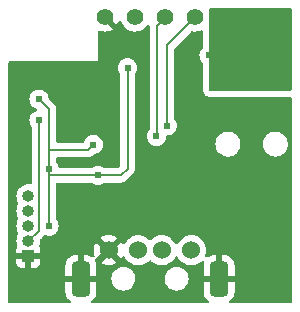
<source format=gbl>
G04 #@! TF.GenerationSoftware,KiCad,Pcbnew,(6.0.9)*
G04 #@! TF.CreationDate,2023-01-08T15:40:12+09:00*
G04 #@! TF.ProjectId,WBMon,57424d6f-6e2e-46b6-9963-61645f706362,1.0*
G04 #@! TF.SameCoordinates,Original*
G04 #@! TF.FileFunction,Copper,L2,Bot*
G04 #@! TF.FilePolarity,Positive*
%FSLAX46Y46*%
G04 Gerber Fmt 4.6, Leading zero omitted, Abs format (unit mm)*
G04 Created by KiCad (PCBNEW (6.0.9)) date 2023-01-08 15:40:12*
%MOMM*%
%LPD*%
G01*
G04 APERTURE LIST*
G04 Aperture macros list*
%AMRoundRect*
0 Rectangle with rounded corners*
0 $1 Rounding radius*
0 $2 $3 $4 $5 $6 $7 $8 $9 X,Y pos of 4 corners*
0 Add a 4 corners polygon primitive as box body*
4,1,4,$2,$3,$4,$5,$6,$7,$8,$9,$2,$3,0*
0 Add four circle primitives for the rounded corners*
1,1,$1+$1,$2,$3*
1,1,$1+$1,$4,$5*
1,1,$1+$1,$6,$7*
1,1,$1+$1,$8,$9*
0 Add four rect primitives between the rounded corners*
20,1,$1+$1,$2,$3,$4,$5,0*
20,1,$1+$1,$4,$5,$6,$7,0*
20,1,$1+$1,$6,$7,$8,$9,0*
20,1,$1+$1,$8,$9,$2,$3,0*%
G04 Aperture macros list end*
G04 #@! TA.AperFunction,ComponentPad*
%ADD10C,1.400000*%
G04 #@! TD*
G04 #@! TA.AperFunction,ComponentPad*
%ADD11R,1.000000X1.000000*%
G04 #@! TD*
G04 #@! TA.AperFunction,ComponentPad*
%ADD12O,1.000000X1.000000*%
G04 #@! TD*
G04 #@! TA.AperFunction,ComponentPad*
%ADD13C,1.524000*%
G04 #@! TD*
G04 #@! TA.AperFunction,ComponentPad*
%ADD14RoundRect,0.400000X-0.400000X-1.100000X0.400000X-1.100000X0.400000X1.100000X-0.400000X1.100000X0*%
G04 #@! TD*
G04 #@! TA.AperFunction,ViaPad*
%ADD15C,0.609600*%
G04 #@! TD*
G04 #@! TA.AperFunction,Conductor*
%ADD16C,0.203200*%
G04 #@! TD*
G04 APERTURE END LIST*
D10*
X-3810000Y11730000D03*
X-1270000Y11730000D03*
X1270000Y11730000D03*
X3810000Y11730000D03*
D11*
X-10300000Y-8500000D03*
D12*
X-10300000Y-7230000D03*
X-10300000Y-5960000D03*
X-10300000Y-4690000D03*
X-10300000Y-3420000D03*
D13*
X3500000Y-8000000D03*
X1000000Y-8000000D03*
X-1000000Y-8000000D03*
X-3500000Y-8000000D03*
D14*
X-5850000Y-10400000D03*
X5850000Y-10400000D03*
D15*
X8500000Y0D03*
X-11500000Y7350000D03*
X0Y0D03*
X-11500000Y-1000000D03*
X-4800000Y6150000D03*
X8500000Y-7000000D03*
X-3000000Y8500000D03*
X-3450000Y-4000000D03*
X-2850000Y750000D03*
X3500000Y7000000D03*
X-9400000Y4800000D03*
X-8550000Y-1100000D03*
X-4800000Y950000D03*
X-8550000Y-5950000D03*
X-4400000Y-1650000D03*
X-1900000Y7450000D03*
X-9400000Y3000000D03*
X550000Y1650000D03*
X1450000Y2550000D03*
X5000000Y8500000D03*
D16*
X-1900000Y-1100000D02*
X-1900000Y7450000D01*
X-8550000Y-1100000D02*
X-8550000Y500000D01*
X-8550000Y-5950000D02*
X-8550000Y-1600000D01*
X-5250000Y500000D02*
X-4800000Y950000D01*
X-8550000Y3950000D02*
X-9400000Y4800000D01*
X-8550000Y500000D02*
X-5250000Y500000D01*
X-8550000Y500000D02*
X-8550000Y3950000D01*
X-2450000Y-1650000D02*
X-1900000Y-1100000D01*
X-2450000Y-1650000D02*
X-4400000Y-1650000D01*
X-4400000Y-1650000D02*
X-8500000Y-1650000D01*
X-8500000Y-1650000D02*
X-8550000Y-1600000D01*
X-8550000Y-1600000D02*
X-8550000Y-1100000D01*
X-9400000Y-6330000D02*
X-9400000Y3000000D01*
X-10300000Y-7230000D02*
X-9400000Y-6330000D01*
X1270000Y11730000D02*
X570000Y11030000D01*
X570000Y1670000D02*
X550000Y1650000D01*
X570000Y11030000D02*
X570000Y1670000D01*
X3810000Y11730000D02*
X1450000Y9370000D01*
X1450000Y9370000D02*
X1450000Y2550000D01*
G04 #@! TA.AperFunction,Conductor*
G36*
X-3765968Y12029076D02*
G01*
X-3720905Y12000115D01*
X-2807514Y11086724D01*
X-2795739Y11080294D01*
X-2783724Y11089590D01*
X-2762999Y11119189D01*
X-2757521Y11128677D01*
X-2672841Y11310277D01*
X-2669092Y11320574D01*
X-2661966Y11347170D01*
X-2625014Y11407793D01*
X-2561154Y11438814D01*
X-2490659Y11430386D01*
X-2435912Y11385183D01*
X-2418553Y11347171D01*
X-2411382Y11320408D01*
X-2411378Y11320397D01*
X-2409956Y11315090D01*
X-2407634Y11310109D01*
X-2407633Y11310108D01*
X-2357018Y11201565D01*
X-2320589Y11123442D01*
X-2199301Y10950224D01*
X-2049776Y10800699D01*
X-1876558Y10679411D01*
X-1871580Y10677090D01*
X-1871577Y10677088D01*
X-1691826Y10593269D01*
X-1684910Y10590044D01*
X-1679602Y10588622D01*
X-1679600Y10588621D01*
X-1485970Y10536738D01*
X-1485968Y10536738D01*
X-1480655Y10535314D01*
X-1270000Y10516884D01*
X-1059345Y10535314D01*
X-1054032Y10536738D01*
X-1054030Y10536738D01*
X-860400Y10588621D01*
X-860398Y10588622D01*
X-855090Y10590044D01*
X-848174Y10593269D01*
X-668423Y10677088D01*
X-668420Y10677090D01*
X-663442Y10679411D01*
X-490224Y10800699D01*
X-340699Y10950224D01*
X-269312Y11052176D01*
X-213856Y11096503D01*
X-143237Y11103812D01*
X-79876Y11071782D01*
X-43891Y11010580D01*
X-40100Y10979904D01*
X-40100Y2263482D01*
X-60102Y2195361D01*
X-77943Y2173459D01*
X-84250Y2167282D01*
X-154549Y2058200D01*
X-176645Y2023913D01*
X-183092Y2013910D01*
X-185501Y2007290D01*
X-185503Y2007287D01*
X-243090Y1849068D01*
X-245498Y1842451D01*
X-268366Y1661427D01*
X-267679Y1654420D01*
X-267679Y1654417D01*
X-260617Y1582400D01*
X-250561Y1479836D01*
X-192967Y1306701D01*
X-189318Y1300676D01*
X-131503Y1205213D01*
X-98446Y1150629D01*
X-93555Y1145564D01*
X-93554Y1145563D01*
X-22620Y1072109D01*
X28303Y1019377D01*
X34195Y1015522D01*
X34199Y1015518D01*
X163190Y931109D01*
X180981Y919467D01*
X187585Y917011D01*
X187587Y917010D01*
X266490Y887666D01*
X352000Y855865D01*
X532860Y831733D01*
X539871Y832371D01*
X539875Y832371D01*
X679580Y845086D01*
X714571Y848271D01*
X721273Y850449D01*
X721275Y850449D01*
X881405Y902478D01*
X881408Y902479D01*
X888104Y904655D01*
X919256Y923225D01*
X1038777Y994473D01*
X1038780Y994475D01*
X1044832Y998083D01*
X1054642Y1007425D01*
X5536404Y1007425D01*
X5538313Y986446D01*
X5552309Y832665D01*
X5555218Y800697D01*
X5556956Y794791D01*
X5556957Y794787D01*
X5571180Y746461D01*
X5613827Y601560D01*
X5709999Y417600D01*
X5840071Y255823D01*
X5844788Y251865D01*
X5844790Y251863D01*
X5903645Y202478D01*
X5999089Y122391D01*
X6004481Y119427D01*
X6004485Y119424D01*
X6171473Y27622D01*
X6180995Y22387D01*
X6378861Y-40379D01*
X6384978Y-41065D01*
X6384982Y-41066D01*
X6460907Y-49582D01*
X6540413Y-58500D01*
X6652237Y-58500D01*
X6655293Y-58200D01*
X6655300Y-58200D01*
X6800466Y-43966D01*
X6800469Y-43965D01*
X6806592Y-43365D01*
X6938546Y-3526D01*
X6999407Y14848D01*
X6999410Y14849D01*
X7005315Y16632D01*
X7010762Y19528D01*
X7183153Y111191D01*
X7183155Y111192D01*
X7188599Y114087D01*
X7248471Y162917D01*
X7344689Y241390D01*
X7344692Y241393D01*
X7349464Y245285D01*
X7481783Y405230D01*
X7485876Y412799D01*
X7577584Y582410D01*
X7577586Y582415D01*
X7580514Y587830D01*
X7641898Y786129D01*
X7643429Y800697D01*
X7662952Y986446D01*
X7662952Y986448D01*
X7663596Y992575D01*
X7662245Y1007425D01*
X9536404Y1007425D01*
X9538313Y986446D01*
X9552309Y832665D01*
X9555218Y800697D01*
X9556956Y794791D01*
X9556957Y794787D01*
X9571180Y746461D01*
X9613827Y601560D01*
X9709999Y417600D01*
X9840071Y255823D01*
X9844788Y251865D01*
X9844790Y251863D01*
X9903645Y202478D01*
X9999089Y122391D01*
X10004481Y119427D01*
X10004485Y119424D01*
X10171473Y27622D01*
X10180995Y22387D01*
X10378861Y-40379D01*
X10384978Y-41065D01*
X10384982Y-41066D01*
X10460907Y-49582D01*
X10540413Y-58500D01*
X10652237Y-58500D01*
X10655293Y-58200D01*
X10655300Y-58200D01*
X10800466Y-43966D01*
X10800469Y-43965D01*
X10806592Y-43365D01*
X10938546Y-3526D01*
X10999407Y14848D01*
X10999410Y14849D01*
X11005315Y16632D01*
X11010762Y19528D01*
X11183153Y111191D01*
X11183155Y111192D01*
X11188599Y114087D01*
X11248471Y162917D01*
X11344689Y241390D01*
X11344692Y241393D01*
X11349464Y245285D01*
X11481783Y405230D01*
X11485876Y412799D01*
X11577584Y582410D01*
X11577586Y582415D01*
X11580514Y587830D01*
X11641898Y786129D01*
X11643429Y800697D01*
X11662952Y986446D01*
X11662952Y986448D01*
X11663596Y992575D01*
X11644782Y1199303D01*
X11642298Y1207745D01*
X11587912Y1392531D01*
X11586173Y1398440D01*
X11490001Y1582400D01*
X11359929Y1744177D01*
X11353760Y1749354D01*
X11205629Y1873650D01*
X11200911Y1877609D01*
X11195519Y1880573D01*
X11195515Y1880576D01*
X11024402Y1974646D01*
X11019005Y1977613D01*
X10821139Y2040379D01*
X10815022Y2041065D01*
X10815018Y2041066D01*
X10738402Y2049659D01*
X10659587Y2058500D01*
X10547763Y2058500D01*
X10544707Y2058200D01*
X10544700Y2058200D01*
X10399534Y2043966D01*
X10399531Y2043965D01*
X10393408Y2043365D01*
X10295847Y2013910D01*
X10200593Y1985152D01*
X10200590Y1985151D01*
X10194685Y1983368D01*
X10189240Y1980473D01*
X10189238Y1980472D01*
X10016847Y1888809D01*
X10016845Y1888808D01*
X10011401Y1885913D01*
X9958111Y1842451D01*
X9855311Y1758610D01*
X9855308Y1758607D01*
X9850536Y1754715D01*
X9846608Y1749967D01*
X9846607Y1749966D01*
X9799333Y1692822D01*
X9718217Y1594770D01*
X9715288Y1589353D01*
X9715286Y1589350D01*
X9622416Y1417590D01*
X9622414Y1417585D01*
X9619486Y1412170D01*
X9558102Y1213871D01*
X9557458Y1207746D01*
X9557458Y1207745D01*
X9537255Y1015518D01*
X9536404Y1007425D01*
X7662245Y1007425D01*
X7644782Y1199303D01*
X7642298Y1207745D01*
X7587912Y1392531D01*
X7586173Y1398440D01*
X7490001Y1582400D01*
X7359929Y1744177D01*
X7353760Y1749354D01*
X7205629Y1873650D01*
X7200911Y1877609D01*
X7195519Y1880573D01*
X7195515Y1880576D01*
X7024402Y1974646D01*
X7019005Y1977613D01*
X6821139Y2040379D01*
X6815022Y2041065D01*
X6815018Y2041066D01*
X6738402Y2049659D01*
X6659587Y2058500D01*
X6547763Y2058500D01*
X6544707Y2058200D01*
X6544700Y2058200D01*
X6399534Y2043966D01*
X6399531Y2043965D01*
X6393408Y2043365D01*
X6295847Y2013910D01*
X6200593Y1985152D01*
X6200590Y1985151D01*
X6194685Y1983368D01*
X6189240Y1980473D01*
X6189238Y1980472D01*
X6016847Y1888809D01*
X6016845Y1888808D01*
X6011401Y1885913D01*
X5958111Y1842451D01*
X5855311Y1758610D01*
X5855308Y1758607D01*
X5850536Y1754715D01*
X5846608Y1749967D01*
X5846607Y1749966D01*
X5799333Y1692822D01*
X5718217Y1594770D01*
X5715288Y1589353D01*
X5715286Y1589350D01*
X5622416Y1417590D01*
X5622414Y1417585D01*
X5619486Y1412170D01*
X5558102Y1213871D01*
X5557458Y1207746D01*
X5557458Y1207745D01*
X5537255Y1015518D01*
X5536404Y1007425D01*
X1054642Y1007425D01*
X1162877Y1110496D01*
X1171862Y1119052D01*
X1171864Y1119055D01*
X1176966Y1123913D01*
X1277939Y1275890D01*
X1322247Y1392531D01*
X1340233Y1439878D01*
X1340234Y1439883D01*
X1342733Y1446461D01*
X1368127Y1627148D01*
X1369829Y1626909D01*
X1392555Y1686778D01*
X1449637Y1728994D01*
X1481562Y1736165D01*
X1614571Y1748271D01*
X1621273Y1750449D01*
X1621275Y1750449D01*
X1781405Y1802478D01*
X1781408Y1802479D01*
X1788104Y1804655D01*
X1851508Y1842451D01*
X1938777Y1894473D01*
X1938780Y1894475D01*
X1944832Y1898083D01*
X2025231Y1974646D01*
X2071862Y2019052D01*
X2071864Y2019055D01*
X2076966Y2023913D01*
X2177939Y2175890D01*
X2211212Y2263482D01*
X2240233Y2339878D01*
X2240234Y2339883D01*
X2242733Y2346461D01*
X2255126Y2434643D01*
X2267576Y2523225D01*
X2267576Y2523230D01*
X2268127Y2527148D01*
X2268446Y2550000D01*
X2248107Y2731325D01*
X2188101Y2903639D01*
X2091411Y3058376D01*
X2087198Y3062619D01*
X2060717Y3128038D01*
X2060100Y3140494D01*
X2060100Y9065099D01*
X2080102Y9133220D01*
X2097005Y9154194D01*
X3452302Y10509491D01*
X3514614Y10543517D01*
X3574009Y10542102D01*
X3594023Y10536739D01*
X3594034Y10536737D01*
X3599345Y10535314D01*
X3810000Y10516884D01*
X4020655Y10535314D01*
X4025968Y10536738D01*
X4025970Y10536738D01*
X4219600Y10588621D01*
X4219602Y10588622D01*
X4224910Y10590044D01*
X4307251Y10628440D01*
X4377441Y10639101D01*
X4442254Y10610121D01*
X4481111Y10550702D01*
X4486500Y10514245D01*
X4486500Y9188495D01*
X4466498Y9120374D01*
X4448657Y9098471D01*
X4414579Y9065099D01*
X4365750Y9017282D01*
X4266908Y8863910D01*
X4204502Y8692451D01*
X4181634Y8511427D01*
X4199439Y8329836D01*
X4257033Y8156701D01*
X4260682Y8150676D01*
X4301760Y8082849D01*
X4351554Y8000629D01*
X4356445Y7995564D01*
X4356446Y7995563D01*
X4451137Y7897508D01*
X4484069Y7834612D01*
X4486500Y7809981D01*
X4486500Y5626000D01*
X4486860Y5622654D01*
X4486860Y5622649D01*
X4496083Y5536861D01*
X4498234Y5516851D01*
X4509620Y5464509D01*
X4544290Y5360343D01*
X4623308Y5237388D01*
X4669801Y5183732D01*
X4673194Y5180792D01*
X4773450Y5093919D01*
X4773453Y5093917D01*
X4780261Y5088018D01*
X4913210Y5027302D01*
X4936964Y5020327D01*
X4977008Y5008569D01*
X4977012Y5008568D01*
X4981331Y5007300D01*
X4985780Y5006660D01*
X4985786Y5006659D01*
X5121553Y4987139D01*
X5121558Y4987139D01*
X5126000Y4986500D01*
X11865500Y4986500D01*
X11933621Y4966498D01*
X11980114Y4912842D01*
X11991500Y4860500D01*
X11991500Y-12365500D01*
X11971498Y-12433621D01*
X11917842Y-12480114D01*
X11865500Y-12491500D01*
X6823669Y-12491500D01*
X6755548Y-12471498D01*
X6709055Y-12417842D01*
X6698951Y-12347568D01*
X6728445Y-12282988D01*
X6747684Y-12266235D01*
X6747257Y-12265708D01*
X6890459Y-12149745D01*
X6899745Y-12140459D01*
X7011552Y-12002390D01*
X7018705Y-11991375D01*
X7099365Y-11833070D01*
X7104069Y-11820817D01*
X7150267Y-11648403D01*
X7152214Y-11637069D01*
X7157807Y-11566010D01*
X7158000Y-11561085D01*
X7158000Y-10672115D01*
X7153525Y-10656876D01*
X7152135Y-10655671D01*
X7144452Y-10654000D01*
X4560115Y-10654000D01*
X4544876Y-10658475D01*
X4543671Y-10659865D01*
X4542000Y-10667548D01*
X4542000Y-11561085D01*
X4542193Y-11566010D01*
X4547786Y-11637069D01*
X4549733Y-11648403D01*
X4595931Y-11820817D01*
X4600635Y-11833070D01*
X4681295Y-11991375D01*
X4688448Y-12002390D01*
X4800255Y-12140459D01*
X4809541Y-12149745D01*
X4952743Y-12265708D01*
X4951414Y-12267349D01*
X4991198Y-12313715D01*
X5000960Y-12384038D01*
X4971153Y-12448474D01*
X4911241Y-12486567D01*
X4876331Y-12491500D01*
X-4876331Y-12491500D01*
X-4944452Y-12471498D01*
X-4990945Y-12417842D01*
X-5001049Y-12347568D01*
X-4971555Y-12282988D01*
X-4952316Y-12266235D01*
X-4952743Y-12265708D01*
X-4809541Y-12149745D01*
X-4800255Y-12140459D01*
X-4688448Y-12002390D01*
X-4681295Y-11991375D01*
X-4600635Y-11833070D01*
X-4595931Y-11820817D01*
X-4549733Y-11648403D01*
X-4547786Y-11637069D01*
X-4542193Y-11566010D01*
X-4542000Y-11561085D01*
X-4542000Y-10672115D01*
X-4546475Y-10656876D01*
X-4547865Y-10655671D01*
X-4555548Y-10654000D01*
X-7139885Y-10654000D01*
X-7155124Y-10658475D01*
X-7156329Y-10659865D01*
X-7158000Y-10667548D01*
X-7158000Y-11561085D01*
X-7157807Y-11566010D01*
X-7152214Y-11637069D01*
X-7150267Y-11648403D01*
X-7104069Y-11820817D01*
X-7099365Y-11833070D01*
X-7018705Y-11991375D01*
X-7011552Y-12002390D01*
X-6899745Y-12140459D01*
X-6890459Y-12149745D01*
X-6747257Y-12265708D01*
X-6748586Y-12267349D01*
X-6708802Y-12313715D01*
X-6699040Y-12384038D01*
X-6728847Y-12448474D01*
X-6788759Y-12486567D01*
X-6823669Y-12491500D01*
X-11865500Y-12491500D01*
X-11933621Y-12471498D01*
X-11980114Y-12417842D01*
X-11991500Y-12365500D01*
X-11991500Y-10392925D01*
X-3263355Y-10392925D01*
X-3245430Y-10589888D01*
X-3189590Y-10779619D01*
X-3186737Y-10785077D01*
X-3186735Y-10785081D01*
X-3139280Y-10875853D01*
X-3097960Y-10954890D01*
X-2974032Y-11109025D01*
X-2969308Y-11112989D01*
X-2962067Y-11119065D01*
X-2822526Y-11236154D01*
X-2817128Y-11239121D01*
X-2817123Y-11239125D01*
X-2673820Y-11317905D01*
X-2649213Y-11331433D01*
X-2643346Y-11333294D01*
X-2643344Y-11333295D01*
X-2466564Y-11389373D01*
X-2460694Y-11391235D01*
X-2306773Y-11408500D01*
X-2200231Y-11408500D01*
X-2197175Y-11408200D01*
X-2197168Y-11408200D01*
X-2138660Y-11402463D01*
X-2053167Y-11394080D01*
X-2047266Y-11392298D01*
X-2047264Y-11392298D01*
X-1973947Y-11370162D01*
X-1863831Y-11336916D01*
X-1689204Y-11244066D01*
X-1602938Y-11173709D01*
X-1540713Y-11122960D01*
X-1540710Y-11122957D01*
X-1535938Y-11119065D01*
X-1523656Y-11104219D01*
X-1413799Y-10971425D01*
X-1413797Y-10971421D01*
X-1409870Y-10966675D01*
X-1315802Y-10792701D01*
X-1257318Y-10603768D01*
X-1236645Y-10407075D01*
X-1237933Y-10392925D01*
X1236645Y-10392925D01*
X1254570Y-10589888D01*
X1310410Y-10779619D01*
X1313263Y-10785077D01*
X1313265Y-10785081D01*
X1360720Y-10875853D01*
X1402040Y-10954890D01*
X1525968Y-11109025D01*
X1530692Y-11112989D01*
X1537933Y-11119065D01*
X1677474Y-11236154D01*
X1682872Y-11239121D01*
X1682877Y-11239125D01*
X1826180Y-11317905D01*
X1850787Y-11331433D01*
X1856654Y-11333294D01*
X1856656Y-11333295D01*
X2033436Y-11389373D01*
X2039306Y-11391235D01*
X2193227Y-11408500D01*
X2299769Y-11408500D01*
X2302825Y-11408200D01*
X2302832Y-11408200D01*
X2361340Y-11402463D01*
X2446833Y-11394080D01*
X2452734Y-11392298D01*
X2452736Y-11392298D01*
X2526053Y-11370162D01*
X2636169Y-11336916D01*
X2810796Y-11244066D01*
X2897062Y-11173709D01*
X2959287Y-11122960D01*
X2959290Y-11122957D01*
X2964062Y-11119065D01*
X2976344Y-11104219D01*
X3086201Y-10971425D01*
X3086203Y-10971421D01*
X3090130Y-10966675D01*
X3184198Y-10792701D01*
X3242682Y-10603768D01*
X3263355Y-10407075D01*
X3245430Y-10210112D01*
X3189590Y-10020381D01*
X3179919Y-10001881D01*
X3100813Y-9850568D01*
X3097960Y-9845110D01*
X2974032Y-9690975D01*
X2967727Y-9685684D01*
X2951334Y-9671929D01*
X2822526Y-9563846D01*
X2817128Y-9560879D01*
X2817123Y-9560875D01*
X2654608Y-9471533D01*
X2654609Y-9471533D01*
X2649213Y-9468567D01*
X2643346Y-9466706D01*
X2643344Y-9466705D01*
X2466564Y-9410627D01*
X2466563Y-9410627D01*
X2460694Y-9408765D01*
X2306773Y-9391500D01*
X2200231Y-9391500D01*
X2197175Y-9391800D01*
X2197168Y-9391800D01*
X2138660Y-9397537D01*
X2053167Y-9405920D01*
X2047266Y-9407702D01*
X2047264Y-9407702D01*
X1973947Y-9429838D01*
X1863831Y-9463084D01*
X1689204Y-9555934D01*
X1602938Y-9626291D01*
X1540713Y-9677040D01*
X1540710Y-9677043D01*
X1535938Y-9680935D01*
X1532011Y-9685682D01*
X1532009Y-9685684D01*
X1413799Y-9828575D01*
X1413797Y-9828579D01*
X1409870Y-9833325D01*
X1315802Y-10007299D01*
X1257318Y-10196232D01*
X1236645Y-10392925D01*
X-1237933Y-10392925D01*
X-1254570Y-10210112D01*
X-1310410Y-10020381D01*
X-1320081Y-10001881D01*
X-1399187Y-9850568D01*
X-1402040Y-9845110D01*
X-1525968Y-9690975D01*
X-1532273Y-9685684D01*
X-1548666Y-9671929D01*
X-1677474Y-9563846D01*
X-1682872Y-9560879D01*
X-1682877Y-9560875D01*
X-1845392Y-9471533D01*
X-1845391Y-9471533D01*
X-1850787Y-9468567D01*
X-1856654Y-9466706D01*
X-1856656Y-9466705D01*
X-2033436Y-9410627D01*
X-2033437Y-9410627D01*
X-2039306Y-9408765D01*
X-2193227Y-9391500D01*
X-2299769Y-9391500D01*
X-2302825Y-9391800D01*
X-2302832Y-9391800D01*
X-2361340Y-9397537D01*
X-2446833Y-9405920D01*
X-2452734Y-9407702D01*
X-2452736Y-9407702D01*
X-2526053Y-9429838D01*
X-2636169Y-9463084D01*
X-2810796Y-9555934D01*
X-2897062Y-9626291D01*
X-2959287Y-9677040D01*
X-2959290Y-9677043D01*
X-2964062Y-9680935D01*
X-2967989Y-9685682D01*
X-2967991Y-9685684D01*
X-3086201Y-9828575D01*
X-3086203Y-9828579D01*
X-3090130Y-9833325D01*
X-3184198Y-10007299D01*
X-3242682Y-10196232D01*
X-3263355Y-10392925D01*
X-11991500Y-10392925D01*
X-11991500Y-10127885D01*
X-7158000Y-10127885D01*
X-7153525Y-10143124D01*
X-7152135Y-10144329D01*
X-7144452Y-10146000D01*
X-6122115Y-10146000D01*
X-6106876Y-10141525D01*
X-6105671Y-10140135D01*
X-6104000Y-10132452D01*
X-6104000Y-10127885D01*
X-5596000Y-10127885D01*
X-5591525Y-10143124D01*
X-5590135Y-10144329D01*
X-5582452Y-10146000D01*
X-4560115Y-10146000D01*
X-4544876Y-10141525D01*
X-4543671Y-10140135D01*
X-4542000Y-10132452D01*
X-4542000Y-9238916D01*
X-4542193Y-9233990D01*
X-4547786Y-9162931D01*
X-4549733Y-9151597D01*
X-4574604Y-9058777D01*
X-4194223Y-9058777D01*
X-4184926Y-9070793D01*
X-4141931Y-9100898D01*
X-4132445Y-9106376D01*
X-3941007Y-9195645D01*
X-3930715Y-9199391D01*
X-3726691Y-9254059D01*
X-3715896Y-9255962D01*
X-3505475Y-9274372D01*
X-3494525Y-9274372D01*
X-3284104Y-9255962D01*
X-3273309Y-9254059D01*
X-3069285Y-9199391D01*
X-3058993Y-9195645D01*
X-2867555Y-9106376D01*
X-2858069Y-9100898D01*
X-2814236Y-9070207D01*
X-2805861Y-9059729D01*
X-2812929Y-9046281D01*
X-3487188Y-8372022D01*
X-3501132Y-8364408D01*
X-3502965Y-8364539D01*
X-3509580Y-8368790D01*
X-4187793Y-9047003D01*
X-4194223Y-9058777D01*
X-4574604Y-9058777D01*
X-4595931Y-8979183D01*
X-4600635Y-8966930D01*
X-4645144Y-8879575D01*
X-4658248Y-8809798D01*
X-4631548Y-8744013D01*
X-4591502Y-8710841D01*
X-4546281Y-8687071D01*
X-3872022Y-8012812D01*
X-3865644Y-8001132D01*
X-3135592Y-8001132D01*
X-3135461Y-8002965D01*
X-3131210Y-8009580D01*
X-2452997Y-8687793D01*
X-2441223Y-8694223D01*
X-2429207Y-8684926D01*
X-2399103Y-8641932D01*
X-2393623Y-8632441D01*
X-2364471Y-8569925D01*
X-2317553Y-8516640D01*
X-2249276Y-8497179D01*
X-2181316Y-8517721D01*
X-2136081Y-8569925D01*
X-2106814Y-8632689D01*
X-2106811Y-8632694D01*
X-2104488Y-8637676D01*
X-2101332Y-8642183D01*
X-2101331Y-8642185D01*
X-1983967Y-8809798D01*
X-1976977Y-8819781D01*
X-1819781Y-8976977D01*
X-1815273Y-8980134D01*
X-1815270Y-8980136D01*
X-1770399Y-9011555D01*
X-1637677Y-9104488D01*
X-1632695Y-9106811D01*
X-1632690Y-9106814D01*
X-1442190Y-9195645D01*
X-1436196Y-9198440D01*
X-1430888Y-9199862D01*
X-1430886Y-9199863D01*
X-1365051Y-9217503D01*
X-1221463Y-9255978D01*
X-1000000Y-9275353D01*
X-778537Y-9255978D01*
X-634949Y-9217503D01*
X-569114Y-9199863D01*
X-569112Y-9199862D01*
X-563804Y-9198440D01*
X-557810Y-9195645D01*
X-367310Y-9106814D01*
X-367305Y-9106811D01*
X-362323Y-9104488D01*
X-229601Y-9011555D01*
X-184730Y-8980136D01*
X-184727Y-8980134D01*
X-180219Y-8976977D01*
X-89095Y-8885853D01*
X-26783Y-8851827D01*
X44032Y-8856892D01*
X89095Y-8885853D01*
X180219Y-8976977D01*
X184727Y-8980134D01*
X184730Y-8980136D01*
X229601Y-9011555D01*
X362323Y-9104488D01*
X367305Y-9106811D01*
X367310Y-9106814D01*
X557810Y-9195645D01*
X563804Y-9198440D01*
X569112Y-9199862D01*
X569114Y-9199863D01*
X634949Y-9217503D01*
X778537Y-9255978D01*
X1000000Y-9275353D01*
X1221463Y-9255978D01*
X1365051Y-9217503D01*
X1430886Y-9199863D01*
X1430888Y-9199862D01*
X1436196Y-9198440D01*
X1442190Y-9195645D01*
X1632690Y-9106814D01*
X1632695Y-9106811D01*
X1637677Y-9104488D01*
X1770399Y-9011555D01*
X1815270Y-8980136D01*
X1815273Y-8980134D01*
X1819781Y-8976977D01*
X1976977Y-8819781D01*
X1983968Y-8809798D01*
X2101331Y-8642185D01*
X2101332Y-8642183D01*
X2104488Y-8637676D01*
X2106811Y-8632694D01*
X2106814Y-8632689D01*
X2135805Y-8570517D01*
X2182723Y-8517232D01*
X2251000Y-8497771D01*
X2318960Y-8518313D01*
X2364195Y-8570517D01*
X2393186Y-8632689D01*
X2393189Y-8632694D01*
X2395512Y-8637676D01*
X2398668Y-8642183D01*
X2398669Y-8642185D01*
X2516033Y-8809798D01*
X2523023Y-8819781D01*
X2680219Y-8976977D01*
X2684727Y-8980134D01*
X2684730Y-8980136D01*
X2729601Y-9011555D01*
X2862323Y-9104488D01*
X2867305Y-9106811D01*
X2867310Y-9106814D01*
X3057810Y-9195645D01*
X3063804Y-9198440D01*
X3069112Y-9199862D01*
X3069114Y-9199863D01*
X3134949Y-9217503D01*
X3278537Y-9255978D01*
X3500000Y-9275353D01*
X3721463Y-9255978D01*
X3865051Y-9217503D01*
X3930886Y-9199863D01*
X3930888Y-9199862D01*
X3936196Y-9198440D01*
X3942190Y-9195645D01*
X4132690Y-9106814D01*
X4132695Y-9106811D01*
X4137677Y-9104488D01*
X4270399Y-9011555D01*
X4315270Y-8980136D01*
X4315273Y-8980134D01*
X4319781Y-8976977D01*
X4365309Y-8931449D01*
X4427621Y-8897423D01*
X4498436Y-8902488D01*
X4555272Y-8945035D01*
X4580083Y-9011555D01*
X4576111Y-9053155D01*
X4549733Y-9151598D01*
X4547786Y-9162931D01*
X4542193Y-9233990D01*
X4542000Y-9238916D01*
X4542000Y-10127885D01*
X4546475Y-10143124D01*
X4547865Y-10144329D01*
X4555548Y-10146000D01*
X5577885Y-10146000D01*
X5593124Y-10141525D01*
X5594329Y-10140135D01*
X5596000Y-10132452D01*
X5596000Y-10127885D01*
X6104000Y-10127885D01*
X6108475Y-10143124D01*
X6109865Y-10144329D01*
X6117548Y-10146000D01*
X7139885Y-10146000D01*
X7155124Y-10141525D01*
X7156329Y-10140135D01*
X7158000Y-10132452D01*
X7158000Y-9238916D01*
X7157807Y-9233990D01*
X7152214Y-9162931D01*
X7150267Y-9151597D01*
X7104069Y-8979183D01*
X7099365Y-8966930D01*
X7018705Y-8808625D01*
X7011552Y-8797610D01*
X6899745Y-8659541D01*
X6890459Y-8650255D01*
X6752390Y-8538448D01*
X6741375Y-8531295D01*
X6583070Y-8450635D01*
X6570817Y-8445931D01*
X6398403Y-8399733D01*
X6387069Y-8397786D01*
X6316010Y-8392193D01*
X6311084Y-8392000D01*
X6122115Y-8392000D01*
X6106876Y-8396475D01*
X6105671Y-8397865D01*
X6104000Y-8405548D01*
X6104000Y-10127885D01*
X5596000Y-10127885D01*
X5596000Y-8410115D01*
X5591525Y-8394876D01*
X5590135Y-8393671D01*
X5582452Y-8392000D01*
X5388916Y-8392000D01*
X5383990Y-8392193D01*
X5312931Y-8397786D01*
X5301597Y-8399733D01*
X5129183Y-8445931D01*
X5116930Y-8450635D01*
X4958625Y-8531295D01*
X4947610Y-8538448D01*
X4893904Y-8581939D01*
X4828377Y-8609265D01*
X4758479Y-8596825D01*
X4706402Y-8548571D01*
X4688680Y-8479822D01*
X4696190Y-8441021D01*
X4698440Y-8436196D01*
X4755978Y-8221463D01*
X4775353Y-8000000D01*
X4755978Y-7778537D01*
X4698440Y-7563804D01*
X4669727Y-7502229D01*
X4606814Y-7367311D01*
X4606811Y-7367306D01*
X4604488Y-7362324D01*
X4601331Y-7357815D01*
X4480136Y-7184730D01*
X4480134Y-7184727D01*
X4476977Y-7180219D01*
X4319781Y-7023023D01*
X4315273Y-7019866D01*
X4315270Y-7019864D01*
X4239505Y-6966813D01*
X4137677Y-6895512D01*
X4132695Y-6893189D01*
X4132690Y-6893186D01*
X3941178Y-6803883D01*
X3941177Y-6803882D01*
X3936196Y-6801560D01*
X3930888Y-6800138D01*
X3930886Y-6800137D01*
X3865051Y-6782497D01*
X3721463Y-6744022D01*
X3500000Y-6724647D01*
X3278537Y-6744022D01*
X3134949Y-6782497D01*
X3069114Y-6800137D01*
X3069112Y-6800138D01*
X3063804Y-6801560D01*
X3058823Y-6803882D01*
X3058822Y-6803883D01*
X2867311Y-6893186D01*
X2867306Y-6893189D01*
X2862324Y-6895512D01*
X2857817Y-6898668D01*
X2857815Y-6898669D01*
X2684730Y-7019864D01*
X2684727Y-7019866D01*
X2680219Y-7023023D01*
X2523023Y-7180219D01*
X2519866Y-7184727D01*
X2519864Y-7184730D01*
X2398669Y-7357815D01*
X2395512Y-7362324D01*
X2393189Y-7367306D01*
X2393186Y-7367311D01*
X2364195Y-7429483D01*
X2317277Y-7482768D01*
X2249000Y-7502229D01*
X2181040Y-7481687D01*
X2135805Y-7429483D01*
X2106814Y-7367311D01*
X2106811Y-7367306D01*
X2104488Y-7362324D01*
X2101331Y-7357815D01*
X1980136Y-7184730D01*
X1980134Y-7184727D01*
X1976977Y-7180219D01*
X1819781Y-7023023D01*
X1815273Y-7019866D01*
X1815270Y-7019864D01*
X1739505Y-6966813D01*
X1637677Y-6895512D01*
X1632695Y-6893189D01*
X1632690Y-6893186D01*
X1441178Y-6803883D01*
X1441177Y-6803882D01*
X1436196Y-6801560D01*
X1430888Y-6800138D01*
X1430886Y-6800137D01*
X1365051Y-6782497D01*
X1221463Y-6744022D01*
X1000000Y-6724647D01*
X778537Y-6744022D01*
X634949Y-6782497D01*
X569114Y-6800137D01*
X569112Y-6800138D01*
X563804Y-6801560D01*
X558823Y-6803882D01*
X558822Y-6803883D01*
X367311Y-6893186D01*
X367306Y-6893189D01*
X362324Y-6895512D01*
X357817Y-6898668D01*
X357815Y-6898669D01*
X184730Y-7019864D01*
X184727Y-7019866D01*
X180219Y-7023023D01*
X89095Y-7114147D01*
X26783Y-7148173D01*
X-44032Y-7143108D01*
X-89095Y-7114147D01*
X-180219Y-7023023D01*
X-184727Y-7019866D01*
X-184730Y-7019864D01*
X-260495Y-6966813D01*
X-362323Y-6895512D01*
X-367305Y-6893189D01*
X-367310Y-6893186D01*
X-558822Y-6803883D01*
X-558823Y-6803882D01*
X-563804Y-6801560D01*
X-569112Y-6800138D01*
X-569114Y-6800137D01*
X-634949Y-6782497D01*
X-778537Y-6744022D01*
X-1000000Y-6724647D01*
X-1221463Y-6744022D01*
X-1365051Y-6782497D01*
X-1430886Y-6800137D01*
X-1430888Y-6800138D01*
X-1436196Y-6801560D01*
X-1441177Y-6803882D01*
X-1441178Y-6803883D01*
X-1632689Y-6893186D01*
X-1632694Y-6893189D01*
X-1637676Y-6895512D01*
X-1642183Y-6898668D01*
X-1642185Y-6898669D01*
X-1815270Y-7019864D01*
X-1815273Y-7019866D01*
X-1819781Y-7023023D01*
X-1976977Y-7180219D01*
X-1980134Y-7184727D01*
X-1980136Y-7184730D01*
X-2101331Y-7357815D01*
X-2104488Y-7362324D01*
X-2106811Y-7367306D01*
X-2106814Y-7367311D01*
X-2136081Y-7430075D01*
X-2182999Y-7483360D01*
X-2251276Y-7502821D01*
X-2319236Y-7482279D01*
X-2364471Y-7430075D01*
X-2393623Y-7367559D01*
X-2399103Y-7358068D01*
X-2429794Y-7314235D01*
X-2440271Y-7305860D01*
X-2453718Y-7312928D01*
X-3127978Y-7987188D01*
X-3135592Y-8001132D01*
X-3865644Y-8001132D01*
X-3864408Y-7998868D01*
X-3864539Y-7997035D01*
X-3868790Y-7990420D01*
X-4547003Y-7312207D01*
X-4558777Y-7305777D01*
X-4570793Y-7315074D01*
X-4600897Y-7358068D01*
X-4606377Y-7367559D01*
X-4695645Y-7558993D01*
X-4699391Y-7569285D01*
X-4754059Y-7773309D01*
X-4755962Y-7784104D01*
X-4774372Y-7994525D01*
X-4774372Y-8005475D01*
X-4755962Y-8215896D01*
X-4754059Y-8226691D01*
X-4699390Y-8430719D01*
X-4695452Y-8441538D01*
X-4690949Y-8512392D01*
X-4725468Y-8574432D01*
X-4788048Y-8607961D01*
X-4858821Y-8602334D01*
X-4893147Y-8582552D01*
X-4947610Y-8538448D01*
X-4958625Y-8531295D01*
X-5116930Y-8450635D01*
X-5129183Y-8445931D01*
X-5301597Y-8399733D01*
X-5312931Y-8397786D01*
X-5383990Y-8392193D01*
X-5388916Y-8392000D01*
X-5577885Y-8392000D01*
X-5593124Y-8396475D01*
X-5594329Y-8397865D01*
X-5596000Y-8405548D01*
X-5596000Y-10127885D01*
X-6104000Y-10127885D01*
X-6104000Y-8410115D01*
X-6108475Y-8394876D01*
X-6109865Y-8393671D01*
X-6117548Y-8392000D01*
X-6311084Y-8392000D01*
X-6316010Y-8392193D01*
X-6387069Y-8397786D01*
X-6398403Y-8399733D01*
X-6570817Y-8445931D01*
X-6583070Y-8450635D01*
X-6741375Y-8531295D01*
X-6752390Y-8538448D01*
X-6890459Y-8650255D01*
X-6899745Y-8659541D01*
X-7011552Y-8797610D01*
X-7018705Y-8808625D01*
X-7099365Y-8966930D01*
X-7104069Y-8979183D01*
X-7150267Y-9151597D01*
X-7152214Y-9162931D01*
X-7157807Y-9233990D01*
X-7158000Y-9238916D01*
X-7158000Y-10127885D01*
X-11991500Y-10127885D01*
X-11991500Y-9044669D01*
X-11307999Y-9044669D01*
X-11307629Y-9051490D01*
X-11302105Y-9102352D01*
X-11298479Y-9117604D01*
X-11253324Y-9238054D01*
X-11244786Y-9253649D01*
X-11168285Y-9355724D01*
X-11155724Y-9368285D01*
X-11053649Y-9444786D01*
X-11038054Y-9453324D01*
X-10917606Y-9498478D01*
X-10902351Y-9502105D01*
X-10851486Y-9507631D01*
X-10844672Y-9508000D01*
X-10572115Y-9508000D01*
X-10556876Y-9503525D01*
X-10555671Y-9502135D01*
X-10554000Y-9494452D01*
X-10554000Y-9489884D01*
X-10046000Y-9489884D01*
X-10041525Y-9505123D01*
X-10040135Y-9506328D01*
X-10032452Y-9507999D01*
X-9755331Y-9507999D01*
X-9748510Y-9507629D01*
X-9697648Y-9502105D01*
X-9682396Y-9498479D01*
X-9561946Y-9453324D01*
X-9546351Y-9444786D01*
X-9444276Y-9368285D01*
X-9431715Y-9355724D01*
X-9355214Y-9253649D01*
X-9346676Y-9238054D01*
X-9301522Y-9117606D01*
X-9297895Y-9102351D01*
X-9292369Y-9051486D01*
X-9292000Y-9044672D01*
X-9292000Y-8772115D01*
X-9296475Y-8756876D01*
X-9297865Y-8755671D01*
X-9305548Y-8754000D01*
X-10027885Y-8754000D01*
X-10043124Y-8758475D01*
X-10044329Y-8759865D01*
X-10046000Y-8767548D01*
X-10046000Y-9489884D01*
X-10554000Y-9489884D01*
X-10554000Y-8772115D01*
X-10558475Y-8756876D01*
X-10559865Y-8755671D01*
X-10567548Y-8754000D01*
X-11289884Y-8754000D01*
X-11305123Y-8758475D01*
X-11306328Y-8759865D01*
X-11307999Y-8767548D01*
X-11307999Y-9044669D01*
X-11991500Y-9044669D01*
X-11991500Y-7215851D01*
X-11313281Y-7215851D01*
X-11312765Y-7221995D01*
X-11301360Y-7357815D01*
X-11296732Y-7412934D01*
X-11242217Y-7603050D01*
X-11239398Y-7608535D01*
X-11235598Y-7615929D01*
X-11222250Y-7685660D01*
X-11242333Y-7737468D01*
X-11240479Y-7738483D01*
X-11253323Y-7761942D01*
X-11298478Y-7882394D01*
X-11302105Y-7897649D01*
X-11307631Y-7948514D01*
X-11308000Y-7955328D01*
X-11308000Y-8227885D01*
X-11303525Y-8243124D01*
X-11302135Y-8244329D01*
X-11294452Y-8246000D01*
X-9310116Y-8246000D01*
X-9294877Y-8241525D01*
X-9293672Y-8240135D01*
X-9292001Y-8232452D01*
X-9292001Y-7955331D01*
X-9292371Y-7948510D01*
X-9297895Y-7897648D01*
X-9301521Y-7882396D01*
X-9346676Y-7761946D01*
X-9359522Y-7738483D01*
X-9357398Y-7737320D01*
X-9377687Y-7683007D01*
X-9371571Y-7634183D01*
X-9358133Y-7593787D01*
X-9311803Y-7454513D01*
X-9287015Y-7258295D01*
X-9286620Y-7230000D01*
X-9294253Y-7152151D01*
X-9280993Y-7082404D01*
X-9257949Y-7050761D01*
X-9147459Y-6940271D01*
X-4194140Y-6940271D01*
X-4187072Y-6953718D01*
X-3512812Y-7627978D01*
X-3498868Y-7635592D01*
X-3497035Y-7635461D01*
X-3490420Y-7631210D01*
X-2812207Y-6952997D01*
X-2805777Y-6941223D01*
X-2815074Y-6929207D01*
X-2858069Y-6899102D01*
X-2867555Y-6893624D01*
X-3058993Y-6804355D01*
X-3069285Y-6800609D01*
X-3273309Y-6745941D01*
X-3284104Y-6744038D01*
X-3494525Y-6725628D01*
X-3505475Y-6725628D01*
X-3715896Y-6744038D01*
X-3726691Y-6745941D01*
X-3930715Y-6800609D01*
X-3941007Y-6804355D01*
X-4132441Y-6893623D01*
X-4141932Y-6899103D01*
X-4185765Y-6929794D01*
X-4194140Y-6940271D01*
X-9147459Y-6940271D01*
X-9022110Y-6814922D01*
X-9014295Y-6807810D01*
X-9008017Y-6803826D01*
X-8963170Y-6756069D01*
X-8960415Y-6753227D01*
X-8953404Y-6746216D01*
X-8891092Y-6712190D01*
X-8820389Y-6717214D01*
X-8754605Y-6741679D01*
X-8754602Y-6741680D01*
X-8748000Y-6744135D01*
X-8741021Y-6745066D01*
X-8741018Y-6745067D01*
X-8679859Y-6753227D01*
X-8567140Y-6768267D01*
X-8560129Y-6767629D01*
X-8560125Y-6767629D01*
X-8417425Y-6754641D01*
X-8385429Y-6751729D01*
X-8378727Y-6749551D01*
X-8378725Y-6749551D01*
X-8218595Y-6697522D01*
X-8218592Y-6697521D01*
X-8211896Y-6695345D01*
X-8148366Y-6657474D01*
X-8061223Y-6605527D01*
X-8061220Y-6605525D01*
X-8055168Y-6601917D01*
X-7962623Y-6513787D01*
X-7928138Y-6480948D01*
X-7928136Y-6480945D01*
X-7923034Y-6476087D01*
X-7822061Y-6324110D01*
X-7807062Y-6284625D01*
X-7759767Y-6160122D01*
X-7759766Y-6160117D01*
X-7757267Y-6153539D01*
X-7756287Y-6146567D01*
X-7732424Y-5976775D01*
X-7732424Y-5976770D01*
X-7731873Y-5972852D01*
X-7731554Y-5950000D01*
X-7751893Y-5768675D01*
X-7811899Y-5596361D01*
X-7908589Y-5441624D01*
X-7912802Y-5437381D01*
X-7939283Y-5371962D01*
X-7939900Y-5359506D01*
X-7939900Y-2386100D01*
X-7919898Y-2317979D01*
X-7866242Y-2271486D01*
X-7813900Y-2260100D01*
X-4990621Y-2260100D01*
X-4921628Y-2280668D01*
X-4769019Y-2380533D01*
X-4762415Y-2382989D01*
X-4762413Y-2382990D01*
X-4698807Y-2406645D01*
X-4598000Y-2444135D01*
X-4417140Y-2468267D01*
X-4410129Y-2467629D01*
X-4410125Y-2467629D01*
X-4260162Y-2453980D01*
X-4235429Y-2451729D01*
X-4228727Y-2449551D01*
X-4228725Y-2449551D01*
X-4068595Y-2397522D01*
X-4068592Y-2397521D01*
X-4061896Y-2395345D01*
X-4037048Y-2380533D01*
X-3911223Y-2305527D01*
X-3911220Y-2305525D01*
X-3905168Y-2301917D01*
X-3897749Y-2294852D01*
X-3895920Y-2293911D01*
X-3894457Y-2292800D01*
X-3894262Y-2293057D01*
X-3834626Y-2262362D01*
X-3810860Y-2260100D01*
X-2525678Y-2260100D01*
X-2515126Y-2260598D01*
X-2507872Y-2262219D01*
X-2442405Y-2260162D01*
X-2438448Y-2260100D01*
X-2411617Y-2260100D01*
X-2407690Y-2259604D01*
X-2406784Y-2259547D01*
X-2396140Y-2258708D01*
X-2353801Y-2257378D01*
X-2335414Y-2252036D01*
X-2316057Y-2248028D01*
X-2304935Y-2246623D01*
X-2304934Y-2246623D01*
X-2297068Y-2245629D01*
X-2286496Y-2241444D01*
X-2257682Y-2230036D01*
X-2246455Y-2226192D01*
X-2213391Y-2216585D01*
X-2213389Y-2216584D01*
X-2205775Y-2214372D01*
X-2189295Y-2204626D01*
X-2171555Y-2195935D01*
X-2153746Y-2188884D01*
X-2119468Y-2163980D01*
X-2109548Y-2157464D01*
X-2079921Y-2139943D01*
X-2079918Y-2139941D01*
X-2073094Y-2135905D01*
X-2059567Y-2122378D01*
X-2044533Y-2109537D01*
X-2035453Y-2102940D01*
X-2035452Y-2102939D01*
X-2029038Y-2098279D01*
X-2002026Y-2065627D01*
X-1994037Y-2056848D01*
X-1522117Y-1584928D01*
X-1514299Y-1577812D01*
X-1508017Y-1573826D01*
X-1463155Y-1526053D01*
X-1460400Y-1523211D01*
X-1441454Y-1504265D01*
X-1439019Y-1501126D01*
X-1438446Y-1500476D01*
X-1431499Y-1492345D01*
X-1407926Y-1467241D01*
X-1407924Y-1467238D01*
X-1402496Y-1461458D01*
X-1398676Y-1454510D01*
X-1393272Y-1444680D01*
X-1382416Y-1428153D01*
X-1375545Y-1419295D01*
X-1370688Y-1413034D01*
X-1353868Y-1374165D01*
X-1348646Y-1363505D01*
X-1348015Y-1362358D01*
X-1328235Y-1326378D01*
X-1323475Y-1307838D01*
X-1317071Y-1289133D01*
X-1312618Y-1278843D01*
X-1309469Y-1271566D01*
X-1308229Y-1263734D01*
X-1308227Y-1263729D01*
X-1302840Y-1229721D01*
X-1300434Y-1218099D01*
X-1289900Y-1177074D01*
X-1289900Y-1157937D01*
X-1288349Y-1138226D01*
X-1286594Y-1127146D01*
X-1286594Y-1127144D01*
X-1285354Y-1119316D01*
X-1289341Y-1077139D01*
X-1289900Y-1065281D01*
X-1289900Y6860486D01*
X-1268848Y6930213D01*
X-1175962Y7070019D01*
X-1172061Y7075890D01*
X-1157062Y7115375D01*
X-1109767Y7239878D01*
X-1109766Y7239883D01*
X-1107267Y7246461D01*
X-1081873Y7427148D01*
X-1081554Y7450000D01*
X-1101893Y7631325D01*
X-1161899Y7803639D01*
X-1258589Y7958376D01*
X-1323153Y8023392D01*
X-1382196Y8082849D01*
X-1382200Y8082852D01*
X-1387159Y8087846D01*
X-1398343Y8094944D01*
X-1446549Y8125536D01*
X-1541217Y8185614D01*
X-1647910Y8223606D01*
X-1706473Y8244460D01*
X-1706475Y8244461D01*
X-1713107Y8246822D01*
X-1720093Y8247655D01*
X-1720097Y8247656D01*
X-1849674Y8263106D01*
X-1894286Y8268426D01*
X-1901289Y8267690D01*
X-1901290Y8267690D01*
X-1947525Y8262830D01*
X-2075749Y8249354D01*
X-2082417Y8247084D01*
X-2241810Y8192822D01*
X-2241813Y8192821D01*
X-2248477Y8190552D01*
X-2403886Y8094944D01*
X-2408919Y8090015D01*
X-2505370Y7995563D01*
X-2534250Y7967282D01*
X-2633092Y7813910D01*
X-2635501Y7807290D01*
X-2635503Y7807287D01*
X-2693090Y7649068D01*
X-2695498Y7642451D01*
X-2718366Y7461427D01*
X-2717679Y7454420D01*
X-2717679Y7454417D01*
X-2708033Y7356043D01*
X-2700561Y7279836D01*
X-2642967Y7106701D01*
X-2548446Y6950629D01*
X-2543548Y6945557D01*
X-2539256Y6939984D01*
X-2540859Y6938749D01*
X-2512531Y6884643D01*
X-2510100Y6860014D01*
X-2510100Y-795098D01*
X-2530102Y-863219D01*
X-2547005Y-884193D01*
X-2665807Y-1002995D01*
X-2728119Y-1037021D01*
X-2754902Y-1039900D01*
X-3809532Y-1039900D01*
X-3877653Y-1019898D01*
X-3884030Y-1015305D01*
X-3887159Y-1012154D01*
X-3893107Y-1008380D01*
X-3893111Y-1008376D01*
X-4019850Y-927946D01*
X-4041217Y-914386D01*
X-4147910Y-876394D01*
X-4206473Y-855540D01*
X-4206475Y-855539D01*
X-4213107Y-853178D01*
X-4220093Y-852345D01*
X-4220097Y-852344D01*
X-4349674Y-836894D01*
X-4394286Y-831574D01*
X-4401289Y-832310D01*
X-4401290Y-832310D01*
X-4447525Y-837170D01*
X-4575749Y-850646D01*
X-4582417Y-852916D01*
X-4741810Y-907178D01*
X-4741813Y-907179D01*
X-4748477Y-909448D01*
X-4903886Y-1005056D01*
X-4908920Y-1009986D01*
X-4913020Y-1013189D01*
X-4979014Y-1039367D01*
X-4990594Y-1039900D01*
X-7625638Y-1039900D01*
X-7693759Y-1019898D01*
X-7740252Y-966242D01*
X-7750853Y-927946D01*
X-7751108Y-925675D01*
X-7751893Y-918675D01*
X-7811899Y-746361D01*
X-7908589Y-591624D01*
X-7912802Y-587381D01*
X-7939283Y-521962D01*
X-7939900Y-509506D01*
X-7939900Y-236100D01*
X-7919898Y-167979D01*
X-7866242Y-121486D01*
X-7813900Y-110100D01*
X-5325678Y-110100D01*
X-5315126Y-110598D01*
X-5307872Y-112219D01*
X-5242405Y-110162D01*
X-5238448Y-110100D01*
X-5211617Y-110100D01*
X-5207690Y-109604D01*
X-5206784Y-109547D01*
X-5196140Y-108708D01*
X-5153801Y-107378D01*
X-5135414Y-102036D01*
X-5116057Y-98028D01*
X-5104935Y-96623D01*
X-5104934Y-96623D01*
X-5097068Y-95629D01*
X-5086496Y-91444D01*
X-5057682Y-80036D01*
X-5046455Y-76192D01*
X-5013391Y-66585D01*
X-5013389Y-66584D01*
X-5005775Y-64372D01*
X-4989295Y-54626D01*
X-4971555Y-45935D01*
X-4953746Y-38884D01*
X-4919468Y-13980D01*
X-4909548Y-7464D01*
X-4879921Y10057D01*
X-4879918Y10059D01*
X-4873094Y14095D01*
X-4859567Y27622D01*
X-4844533Y40463D01*
X-4835453Y47060D01*
X-4835452Y47061D01*
X-4829038Y51721D01*
X-4802027Y84372D01*
X-4794037Y93152D01*
X-4781532Y105657D01*
X-4719220Y139683D01*
X-4703858Y142043D01*
X-4698998Y142485D01*
X-4635429Y148271D01*
X-4619089Y153580D01*
X-4468595Y202478D01*
X-4468592Y202479D01*
X-4461896Y204655D01*
X-4368008Y260623D01*
X-4311223Y294473D01*
X-4311220Y294475D01*
X-4305168Y298083D01*
X-4186961Y410650D01*
X-4178138Y419052D01*
X-4178136Y419055D01*
X-4173034Y423913D01*
X-4072061Y575890D01*
X-4057062Y615375D01*
X-4009767Y739878D01*
X-4009766Y739883D01*
X-4007267Y746461D01*
X-4000475Y794787D01*
X-3982424Y923225D01*
X-3982424Y923230D01*
X-3981873Y927148D01*
X-3981554Y950000D01*
X-4001893Y1131325D01*
X-4061899Y1303639D01*
X-4158589Y1458376D01*
X-4223153Y1523392D01*
X-4282196Y1582849D01*
X-4282200Y1582852D01*
X-4287159Y1587846D01*
X-4298343Y1594944D01*
X-4349089Y1627148D01*
X-4441217Y1685614D01*
X-4563041Y1728994D01*
X-4606473Y1744460D01*
X-4606475Y1744461D01*
X-4613107Y1746822D01*
X-4620093Y1747655D01*
X-4620097Y1747656D01*
X-4749674Y1763106D01*
X-4794286Y1768426D01*
X-4801289Y1767690D01*
X-4801290Y1767690D01*
X-4847525Y1762830D01*
X-4975749Y1749354D01*
X-4982417Y1747084D01*
X-5141810Y1692822D01*
X-5141813Y1692821D01*
X-5148477Y1690552D01*
X-5303886Y1594944D01*
X-5308919Y1590015D01*
X-5421430Y1479836D01*
X-5434250Y1467282D01*
X-5533092Y1313910D01*
X-5535501Y1307290D01*
X-5535503Y1307287D01*
X-5577098Y1193005D01*
X-5619192Y1135834D01*
X-5685514Y1110496D01*
X-5695499Y1110100D01*
X-7813900Y1110100D01*
X-7882021Y1130102D01*
X-7928514Y1183758D01*
X-7939900Y1236100D01*
X-7939900Y3874319D01*
X-7939403Y3884868D01*
X-7937780Y3892128D01*
X-7939838Y3957613D01*
X-7939900Y3961571D01*
X-7939900Y3988383D01*
X-7940396Y3992309D01*
X-7940450Y3993165D01*
X-7941292Y4003861D01*
X-7942373Y4038279D01*
X-7942373Y4038280D01*
X-7942622Y4046199D01*
X-7944833Y4053811D01*
X-7944834Y4053815D01*
X-7947964Y4064592D01*
X-7951972Y4083944D01*
X-7952109Y4085031D01*
X-7954371Y4102932D01*
X-7969965Y4142317D01*
X-7973803Y4153525D01*
X-7985627Y4194225D01*
X-7989660Y4201045D01*
X-7989663Y4201051D01*
X-7995372Y4210703D01*
X-8004067Y4228450D01*
X-8011116Y4246254D01*
X-8015780Y4252674D01*
X-8015782Y4252677D01*
X-8036017Y4280529D01*
X-8042525Y4290434D01*
X-8064094Y4326906D01*
X-8077626Y4340438D01*
X-8090468Y4355473D01*
X-8101721Y4370962D01*
X-8134367Y4397969D01*
X-8143147Y4405959D01*
X-8555957Y4818769D01*
X-8589983Y4881081D01*
X-8592077Y4893818D01*
X-8601108Y4974327D01*
X-8601893Y4981325D01*
X-8661899Y5153639D01*
X-8758589Y5308376D01*
X-8823153Y5373392D01*
X-8882196Y5432849D01*
X-8882200Y5432852D01*
X-8887159Y5437846D01*
X-8898343Y5444944D01*
X-9006450Y5513550D01*
X-9041217Y5535614D01*
X-9147910Y5573606D01*
X-9206473Y5594460D01*
X-9206475Y5594461D01*
X-9213107Y5596822D01*
X-9220093Y5597655D01*
X-9220097Y5597656D01*
X-9349674Y5613106D01*
X-9394286Y5618426D01*
X-9401289Y5617690D01*
X-9401290Y5617690D01*
X-9447525Y5612830D01*
X-9575749Y5599354D01*
X-9582417Y5597084D01*
X-9741810Y5542822D01*
X-9741813Y5542821D01*
X-9748477Y5540552D01*
X-9792368Y5513550D01*
X-9872083Y5464509D01*
X-9903886Y5444944D01*
X-10034250Y5317282D01*
X-10133092Y5163910D01*
X-10135501Y5157290D01*
X-10135503Y5157287D01*
X-10190327Y5006659D01*
X-10195498Y4992451D01*
X-10218366Y4811427D01*
X-10200561Y4629836D01*
X-10142967Y4456701D01*
X-10139318Y4450676D01*
X-10060228Y4320084D01*
X-10048446Y4300629D01*
X-9921697Y4169377D01*
X-9915805Y4165522D01*
X-9915801Y4165518D01*
X-9776107Y4074105D01*
X-9769019Y4069467D01*
X-9762415Y4067011D01*
X-9762413Y4067010D01*
X-9629110Y4017435D01*
X-9572234Y3974943D01*
X-9547360Y3908446D01*
X-9562385Y3839058D01*
X-9612540Y3788808D01*
X-9632424Y3780060D01*
X-9741810Y3742822D01*
X-9741813Y3742821D01*
X-9748477Y3740552D01*
X-9903886Y3644944D01*
X-10034250Y3517282D01*
X-10133092Y3363910D01*
X-10195498Y3192451D01*
X-10218366Y3011427D01*
X-10200561Y2829836D01*
X-10142967Y2656701D01*
X-10048446Y2500629D01*
X-10043548Y2495557D01*
X-10039256Y2489984D01*
X-10040859Y2488749D01*
X-10012531Y2434643D01*
X-10010100Y2410014D01*
X-10010100Y-2296434D01*
X-10030102Y-2364555D01*
X-10083758Y-2411048D01*
X-10149269Y-2421744D01*
X-10292925Y-2406645D01*
X-10375424Y-2414153D01*
X-10483749Y-2424011D01*
X-10483752Y-2424012D01*
X-10489888Y-2424570D01*
X-10495794Y-2426308D01*
X-10495798Y-2426309D01*
X-10582168Y-2451729D01*
X-10679619Y-2480410D01*
X-10685077Y-2483263D01*
X-10685081Y-2483265D01*
X-10775853Y-2530720D01*
X-10854890Y-2572040D01*
X-11009025Y-2695968D01*
X-11136154Y-2847474D01*
X-11139121Y-2852872D01*
X-11139125Y-2852877D01*
X-11217905Y-2996180D01*
X-11231433Y-3020787D01*
X-11291235Y-3209306D01*
X-11313281Y-3405851D01*
X-11296732Y-3602934D01*
X-11242217Y-3793050D01*
X-11151813Y-3968956D01*
X-11147984Y-3973787D01*
X-11146161Y-3976088D01*
X-11145586Y-3977509D01*
X-11144647Y-3978966D01*
X-11144924Y-3979144D01*
X-11119526Y-4041898D01*
X-11132699Y-4111662D01*
X-11136154Y-4117474D01*
X-11231433Y-4290787D01*
X-11291235Y-4479306D01*
X-11313281Y-4675851D01*
X-11296732Y-4872934D01*
X-11242217Y-5063050D01*
X-11151813Y-5238956D01*
X-11147984Y-5243787D01*
X-11146161Y-5246088D01*
X-11145586Y-5247509D01*
X-11144647Y-5248966D01*
X-11144924Y-5249144D01*
X-11119526Y-5311898D01*
X-11132699Y-5381662D01*
X-11136154Y-5387474D01*
X-11231433Y-5560787D01*
X-11291235Y-5749306D01*
X-11313281Y-5945851D01*
X-11296732Y-6142934D01*
X-11295033Y-6148858D01*
X-11246669Y-6317523D01*
X-11242217Y-6333050D01*
X-11239398Y-6338535D01*
X-11168705Y-6476087D01*
X-11151813Y-6508956D01*
X-11147984Y-6513787D01*
X-11146161Y-6516088D01*
X-11145586Y-6517509D01*
X-11144647Y-6518966D01*
X-11144924Y-6519144D01*
X-11119526Y-6581898D01*
X-11132699Y-6651662D01*
X-11136154Y-6657474D01*
X-11231433Y-6830787D01*
X-11233294Y-6836654D01*
X-11233295Y-6836656D01*
X-11270429Y-6953718D01*
X-11291235Y-7019306D01*
X-11313281Y-7215851D01*
X-11991500Y-7215851D01*
X-11991500Y7874000D01*
X-11971498Y7942121D01*
X-11917842Y7988614D01*
X-11865500Y8000000D01*
X-4400000Y8000000D01*
X-4400000Y10474870D01*
X-4379998Y10542991D01*
X-4326342Y10589484D01*
X-4256068Y10599588D01*
X-4230900Y10593269D01*
X-4219431Y10589094D01*
X-4025878Y10537231D01*
X-4015091Y10535329D01*
X-3815475Y10517865D01*
X-3804525Y10517865D01*
X-3604909Y10535329D01*
X-3594122Y10537231D01*
X-3400571Y10589093D01*
X-3390277Y10592841D01*
X-3208677Y10677521D01*
X-3199189Y10682999D01*
X-3168752Y10704311D01*
X-3160377Y10714788D01*
X-3167446Y10728236D01*
X-4080115Y11640905D01*
X-4114141Y11703217D01*
X-4109076Y11774032D01*
X-4080115Y11819095D01*
X-3899095Y12000115D01*
X-3836783Y12034141D01*
X-3765968Y12029076D01*
G37*
G04 #@! TD.AperFunction*
G04 #@! TA.AperFunction,Conductor*
G36*
X11942121Y12479998D02*
G01*
X11988614Y12426342D01*
X12000000Y12374000D01*
X12000000Y5626000D01*
X11979998Y5557879D01*
X11926342Y5511386D01*
X11874000Y5500000D01*
X5126000Y5500000D01*
X5057879Y5520002D01*
X5011386Y5573658D01*
X5000000Y5626000D01*
X5000000Y12374000D01*
X5020002Y12442121D01*
X5073658Y12488614D01*
X5126000Y12500000D01*
X11874000Y12500000D01*
X11942121Y12479998D01*
G37*
G04 #@! TD.AperFunction*
M02*

</source>
